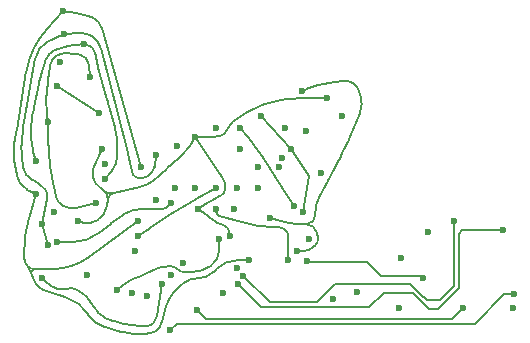
<source format=gbr>
%TF.GenerationSoftware,KiCad,Pcbnew,8.0.7*%
%TF.CreationDate,2025-01-17T18:48:29+01:00*%
%TF.ProjectId,SAO_Attraktor,53414f5f-4174-4747-9261-6b746f722e6b,rev?*%
%TF.SameCoordinates,Original*%
%TF.FileFunction,Copper,L2,Inr*%
%TF.FilePolarity,Positive*%
%FSLAX46Y46*%
G04 Gerber Fmt 4.6, Leading zero omitted, Abs format (unit mm)*
G04 Created by KiCad (PCBNEW 8.0.7) date 2025-01-17 18:48:29*
%MOMM*%
%LPD*%
G01*
G04 APERTURE LIST*
%TA.AperFunction,ViaPad*%
%ADD10C,0.600000*%
%TD*%
%TA.AperFunction,Conductor*%
%ADD11C,0.200000*%
%TD*%
G04 APERTURE END LIST*
D10*
%TO.N,/PD0*%
X153365200Y-111709200D03*
X143548618Y-110351853D03*
%TO.N,Net-(U1-PC7)*%
X138176000Y-111556800D03*
%TO.N,Net-(U1-PC6)*%
X137718800Y-112268000D03*
%TO.N,Net-(U1-PC3)*%
X134219115Y-114451742D03*
%TO.N,Net-(U1-PC4)*%
X131974048Y-116158798D03*
%TO.N,Net-(U1-PC6)*%
X160172400Y-107696000D03*
%TO.N,Net-(U1-PC4)*%
X161086800Y-113131600D03*
%TO.N,Net-(U1-PC3)*%
X156768800Y-114309600D03*
%TO.N,Net-(U1-PC7)*%
X156006892Y-106947170D03*
%TO.N,IO1*%
X126238000Y-100838000D03*
X145288000Y-96520000D03*
X134366000Y-105918000D03*
X137039422Y-108186922D03*
X124206000Y-106934000D03*
X134112000Y-99822000D03*
X128778000Y-113030000D03*
%TO.N,Net-(D1-K)*%
X126492000Y-102108000D03*
X132355596Y-104086999D03*
%TO.N,IO2*%
X125984000Y-97790000D03*
X137414000Y-105918000D03*
X146558000Y-98044000D03*
X136144000Y-108458000D03*
X135890000Y-99060000D03*
X127508000Y-112776000D03*
X122428000Y-95504000D03*
%TO.N,IO3*%
X133096000Y-110490000D03*
X124968000Y-111506000D03*
X143510000Y-99314000D03*
X125730000Y-105410000D03*
X121666000Y-98552000D03*
X125222000Y-94742000D03*
X139446000Y-104140000D03*
%TO.N,IO4*%
X137922000Y-99060000D03*
X142494000Y-105664000D03*
X132080000Y-111506000D03*
X126492000Y-103378000D03*
X124714000Y-91948000D03*
X129032000Y-109474000D03*
X120650000Y-101828500D03*
%TO.N,IO5*%
X142240000Y-100838000D03*
X120650000Y-104648000D03*
X143256000Y-106172000D03*
X138684000Y-110236000D03*
X129286000Y-106934000D03*
X122936000Y-89154000D03*
X139700000Y-98044000D03*
X129540000Y-102362000D03*
%TO.N,IO6*%
X130810000Y-101346000D03*
X131318000Y-112268000D03*
X121158000Y-107188000D03*
X141732000Y-99060000D03*
X135890000Y-105918000D03*
X122977001Y-91093735D03*
X141986000Y-110236000D03*
X121666000Y-108966000D03*
X121158000Y-111760000D03*
X141224000Y-102362000D03*
%TO.N,Net-(D10-K)*%
X134112000Y-104140000D03*
X122174000Y-106172000D03*
%TO.N,IO0*%
X143137461Y-95916384D03*
X122682000Y-93472000D03*
X142748000Y-109474000D03*
X122428000Y-108712000D03*
X132588000Y-100584000D03*
X140462000Y-106680000D03*
X132080000Y-105410000D03*
X130048000Y-113284000D03*
%TO.N,/SDA*%
X147828000Y-112938000D03*
X151485600Y-110032800D03*
%TO.N,/SWD*%
X137591800Y-110921800D03*
X153789500Y-107830500D03*
%TO.N,/SCL*%
X151384000Y-114300000D03*
X136412328Y-113001343D03*
%TO.N,Net-(U1-PC0)*%
X145796000Y-113538000D03*
X161036000Y-114249200D03*
%TO.N,Net-(D13-K)*%
X137668000Y-104140000D03*
X130810000Y-105156000D03*
%TO.N,Net-(D19-K)*%
X137922000Y-100838000D03*
X139446000Y-102362000D03*
%TO.N,Net-(D25-K)*%
X141478000Y-101600000D03*
%TO.N,Net-(D31-K)*%
X144780000Y-102870000D03*
X143764000Y-108458000D03*
%TO.N,Net-(D37-K)*%
X135890000Y-104140000D03*
X129286000Y-108204000D03*
%TD*%
D11*
%TO.N,/PD0*%
X149809200Y-111607600D02*
X148616435Y-110414835D01*
X148616435Y-110414835D02*
X143611600Y-110414835D01*
X153365200Y-111709200D02*
X153263600Y-111607600D01*
X153263600Y-111607600D02*
X149809200Y-111607600D01*
X143611600Y-110414835D02*
X143548618Y-110351853D01*
%TO.N,Net-(U1-PC3)*%
X155864000Y-115214400D02*
X134981773Y-115214400D01*
X156768800Y-114309600D02*
X155864000Y-115214400D01*
X134981773Y-115214400D02*
X134219115Y-114451742D01*
%TO.N,Net-(U1-PC6)*%
X156413200Y-112630000D02*
X156413200Y-108000800D01*
X154686000Y-114357200D02*
X156413200Y-112630000D01*
X153879600Y-114357200D02*
X154686000Y-114357200D01*
X152501600Y-112979200D02*
X153879600Y-114357200D01*
X150063200Y-112979200D02*
X152501600Y-112979200D01*
X137718800Y-112268000D02*
X139649200Y-114198400D01*
X148844000Y-114198400D02*
X150063200Y-112979200D01*
X139649200Y-114198400D02*
X148844000Y-114198400D01*
X156413200Y-108000800D02*
X156718000Y-107696000D01*
X156718000Y-107696000D02*
X160172400Y-107696000D01*
%TO.N,Net-(U1-PC7)*%
X156006800Y-110134400D02*
X156006892Y-110134308D01*
X156006892Y-110134308D02*
X156006892Y-106947170D01*
X154838400Y-113588800D02*
X156006800Y-112420400D01*
X153419443Y-113331357D02*
X153463357Y-113331357D01*
X145897600Y-112217200D02*
X152305286Y-112217200D01*
X144373600Y-113741200D02*
X145897600Y-112217200D01*
X144373600Y-113798400D02*
X144373600Y-113741200D01*
X140417600Y-113798400D02*
X144373600Y-113798400D01*
X152305286Y-112217200D02*
X153419443Y-113331357D01*
X156006800Y-112420400D02*
X156006800Y-110134400D01*
X138176000Y-111556800D02*
X140417600Y-113798400D01*
X153463357Y-113331357D02*
X153720800Y-113588800D01*
X153720800Y-113588800D02*
X154838400Y-113588800D01*
%TO.N,Net-(U1-PC4)*%
X132512046Y-115620800D02*
X131974048Y-116158798D01*
X157784800Y-115620800D02*
X132512046Y-115620800D01*
X161086800Y-113131600D02*
X160274000Y-113131600D01*
X160274000Y-113131600D02*
X157784800Y-115620800D01*
%TO.N,IO5*%
X134366000Y-111760000D02*
G75*
G03*
X133008977Y-112236017I0J-2172300D01*
G01*
X131953000Y-113411000D02*
G75*
G03*
X131450272Y-114776458I3344400J-2006600D01*
G01*
X124206000Y-113919000D02*
G75*
G02*
X125040697Y-114844512I-1945000J-2593300D01*
G01*
X135666815Y-111221184D02*
G75*
G02*
X134366000Y-111760008I-1300815J1300784D01*
G01*
X131393279Y-115118325D02*
G75*
G02*
X131064001Y-115951000I-2104379J350725D01*
G01*
X120431223Y-111936117D02*
G75*
G03*
X121230663Y-112754276I1324577J494617D01*
G01*
X131064000Y-115951000D02*
G75*
G02*
X130355632Y-116388810I-832500J555000D01*
G01*
X125095000Y-114935000D02*
G75*
G03*
X126183788Y-115787761I1657100J994300D01*
G01*
X132912257Y-112313394D02*
G75*
G03*
X131952992Y-113410995I2574043J-3217606D01*
G01*
X121285000Y-112776000D02*
G75*
G03*
X122577600Y-113217889I4966100J12415200D01*
G01*
X137668000Y-110236000D02*
G75*
G03*
X135933588Y-110954429I0J-2452800D01*
G01*
X123087432Y-113363552D02*
G75*
G02*
X124205992Y-113919011I-944732J-3306448D01*
G01*
X127799371Y-116284883D02*
G75*
G03*
X129794000Y-116459002I1402929J4559483D01*
G01*
X120431223Y-111936117D02*
X120212446Y-111350234D01*
X121230667Y-112754266D02*
X121285000Y-112776000D01*
X122577601Y-113217886D02*
X123087432Y-113363552D01*
X125040704Y-114844508D02*
X125095000Y-114935000D01*
X126183783Y-115787779D02*
X127799371Y-116284883D01*
X130355630Y-116388796D02*
X129794000Y-116459000D01*
X135666815Y-111221184D02*
X135933579Y-110954420D01*
X133008977Y-112236017D02*
X132912257Y-112313394D01*
X131450257Y-114776455D02*
X131393279Y-115118325D01*
X137668000Y-110236000D02*
X138684000Y-110236000D01*
%TO.N,IO1*%
X124714000Y-107061000D02*
X124206000Y-106934000D01*
X131884986Y-102303012D02*
X131513012Y-102674987D01*
X139983131Y-97018288D02*
X139894529Y-97047823D01*
X129429261Y-104028785D02*
X127192178Y-104545035D01*
X134112000Y-99822000D02*
X133676704Y-100547491D01*
X136554675Y-107301470D02*
X135969518Y-107067407D01*
X125671012Y-106918592D02*
X125857000Y-106807000D01*
X138466508Y-97717295D02*
X138557000Y-97663000D01*
X137227287Y-98565034D02*
X137414000Y-98425000D01*
X134112000Y-99822000D02*
X136370212Y-103209318D01*
X143012510Y-96520000D02*
X145288000Y-96520000D01*
X125479897Y-102543729D02*
X126238000Y-100838000D01*
X134112000Y-99822000D02*
X135488390Y-99822000D01*
X137039422Y-108186922D02*
X136972711Y-107814461D01*
X136180333Y-104836665D02*
X135971582Y-104920166D01*
X125602999Y-103632000D02*
X125709256Y-103773675D01*
X126596726Y-105692911D02*
X126681242Y-105101302D01*
X134366000Y-105918000D02*
X134829119Y-106226746D01*
X134366000Y-105918000D02*
X134874000Y-105537000D01*
X139894529Y-97047823D02*
G75*
G03*
X138557002Y-97663004I2133271J-6399777D01*
G01*
X136779000Y-99187000D02*
G75*
G02*
X136271000Y-99695000I-762000J254000D01*
G01*
X126681242Y-105101302D02*
G75*
G03*
X126365018Y-104393972I-719242J102802D01*
G01*
X131513012Y-102674987D02*
G75*
G02*
X130556002Y-103505003I-6318212J6318187D01*
G01*
X136370212Y-103209318D02*
G75*
G02*
X136652002Y-104140000I-1396012J-930682D01*
G01*
X141478000Y-96647000D02*
G75*
G03*
X139983133Y-97018295I1618600J-9711500D01*
G01*
X135971582Y-104920166D02*
G75*
G03*
X134873997Y-105536996I1783018J-4457634D01*
G01*
X126365000Y-104394000D02*
G75*
G03*
X127192180Y-104545045I588600J882900D01*
G01*
X137227287Y-98565034D02*
G75*
G03*
X136778987Y-99186996I771413J-1028566D01*
G01*
X130556000Y-103505000D02*
G75*
G02*
X129429261Y-104028785I-1802100J2402800D01*
G01*
X136554675Y-107301470D02*
G75*
G02*
X136972720Y-107814459I-253275J-633230D01*
G01*
X126596726Y-105692911D02*
G75*
G02*
X125857013Y-106807021I-1540226J220011D01*
G01*
X134829119Y-106226746D02*
G75*
G02*
X135382001Y-106679999I-2012219J-3018354D01*
G01*
X132842000Y-101473000D02*
G75*
G03*
X131884989Y-102303015I5361100J-7148100D01*
G01*
X127192178Y-104545035D02*
G75*
G03*
X126681247Y-105101303I150122J-650665D01*
G01*
X138466508Y-97717295D02*
G75*
G03*
X137414002Y-98425003I6332892J-10554805D01*
G01*
X125479897Y-102543729D02*
G75*
G03*
X125603016Y-103631987I988403J-439271D01*
G01*
X136271000Y-99695000D02*
G75*
G02*
X135488390Y-99821993I-782600J2347900D01*
G01*
X124714000Y-107061000D02*
G75*
G03*
X125671009Y-106918587I306600J1226400D01*
G01*
X133676704Y-100547491D02*
G75*
G02*
X132842005Y-101473006I-2779704J1667791D01*
G01*
X125709256Y-103773675D02*
G75*
G03*
X126364997Y-104394005I2138644J1603975D01*
G01*
X143012510Y-96520000D02*
G75*
G03*
X141478000Y-96646999I-10J-9334000D01*
G01*
X135382000Y-106680000D02*
G75*
G03*
X135969517Y-107067410I1237500J1237500D01*
G01*
X136652000Y-104140000D02*
G75*
G02*
X136180326Y-104836647I-750300J0D01*
G01*
%TO.N,IO2*%
X135359692Y-110758871D02*
X135404307Y-110729128D01*
X133731000Y-111252000D02*
X133201210Y-111252000D01*
X128781165Y-111843611D02*
X129359593Y-111650802D01*
X127889000Y-112395000D02*
X127508000Y-112776000D01*
X131000233Y-110886941D02*
X131202375Y-110836406D01*
X136144000Y-109347000D02*
X136144000Y-108458000D01*
X131974789Y-110744000D02*
X131953000Y-110744000D01*
X125984000Y-97790000D02*
X122428000Y-95504000D01*
X135359692Y-110758871D02*
G75*
G02*
X133731000Y-111251994I-1628692J2443071D01*
G01*
X132588000Y-110998000D02*
G75*
G03*
X131974789Y-110744004I-613200J-613200D01*
G01*
X136144000Y-109347000D02*
G75*
G02*
X135404304Y-110729124I-1661100J0D01*
G01*
X132588000Y-110998000D02*
G75*
G03*
X133201210Y-111251996I613200J613200D01*
G01*
X131953000Y-110744000D02*
G75*
G03*
X131202375Y-110836406I0J-3094900D01*
G01*
X130175000Y-111252000D02*
G75*
G02*
X129359592Y-111650798I-1896700J2845100D01*
G01*
X131000233Y-110886941D02*
G75*
G03*
X130175000Y-111252000I641167J-2564659D01*
G01*
X128781165Y-111843611D02*
G75*
G03*
X127888995Y-112394995I721735J-2165289D01*
G01*
%TO.N,IO3*%
X121792999Y-93852999D02*
X121830197Y-93667012D01*
X125059581Y-93605067D02*
X125222000Y-94742000D01*
X121666000Y-98552000D02*
X121666000Y-100447974D01*
X124333000Y-92836999D02*
X124196134Y-92809626D01*
X121607371Y-95132915D02*
X121470628Y-96637083D01*
X122114808Y-104000641D02*
X122304791Y-104855563D01*
X123998436Y-105794791D02*
X125730000Y-105410000D01*
X123190000Y-92710000D02*
X123139905Y-92710000D01*
X121666000Y-98552000D02*
X121539000Y-97917000D01*
X122301000Y-92964000D02*
G75*
G03*
X121830203Y-93667013I613200J-919800D01*
G01*
X124333000Y-92836999D02*
G75*
G02*
X125059577Y-93605068I-179500J-897501D01*
G01*
X121470628Y-96637083D02*
G75*
G03*
X121539009Y-97916998I4446672J-404217D01*
G01*
X123139905Y-92710000D02*
G75*
G03*
X122301004Y-92964006I-5J-1512300D01*
G01*
X121792999Y-93852999D02*
G75*
G03*
X121607372Y-95132915I11887001J-2377401D01*
G01*
X122936000Y-105664000D02*
G75*
G03*
X123998435Y-105794787I715400J1430800D01*
G01*
X121666000Y-100447974D02*
G75*
G03*
X121793000Y-102235000I12635800J-26D01*
G01*
X122304791Y-104855563D02*
G75*
G03*
X122936013Y-105663974I1164809J258863D01*
G01*
X124196134Y-92809626D02*
G75*
G03*
X123190000Y-92709999I-1006134J-5030674D01*
G01*
X121793000Y-102235000D02*
G75*
G03*
X122114810Y-104000641I23148200J3306900D01*
G01*
%TO.N,IO4*%
X139797227Y-101491841D02*
X139700000Y-101346000D01*
X123245575Y-92131553D02*
X124714000Y-91948000D01*
X127508000Y-100869268D02*
X127508000Y-101294803D01*
X127000000Y-102743000D02*
X126492000Y-103378000D01*
X138605712Y-99880455D02*
X137922000Y-99060000D01*
X124714000Y-91948000D02*
X125095000Y-92075000D01*
X121411999Y-93344999D02*
X121455064Y-93237338D01*
X120291440Y-98058797D02*
X120420371Y-97414144D01*
X126668824Y-96796473D02*
X126619000Y-96647000D01*
X125967082Y-94330026D02*
X125566305Y-92593324D01*
X142494000Y-105664000D02*
X141380772Y-103994158D01*
X120650000Y-101828500D02*
X120386646Y-101051659D01*
X121009637Y-94647629D02*
X120904000Y-95123000D01*
X122174000Y-92456000D02*
G75*
G03*
X121455098Y-93237352I668100J-1336100D01*
G01*
X125095000Y-92075000D02*
G75*
G02*
X125566305Y-92593324I-226400J-679300D01*
G01*
X140589000Y-102743000D02*
G75*
G03*
X141380771Y-103994158I26686300J16011800D01*
G01*
X123245575Y-92131553D02*
G75*
G03*
X122173993Y-92455986I411225J-3290147D01*
G01*
X127254000Y-98806000D02*
G75*
G02*
X127508007Y-100869268I-8253100J-2063300D01*
G01*
X121411999Y-93344999D02*
G75*
G03*
X121009639Y-94647629I7830301J-3132101D01*
G01*
X139797227Y-101491841D02*
G75*
G02*
X140588999Y-102743001I-25893427J-17262259D01*
G01*
X126668824Y-96796473D02*
G75*
G02*
X127253999Y-98806000I-25870724J-8623527D01*
G01*
X120142000Y-99568000D02*
G75*
G03*
X120386649Y-101051658I4621100J0D01*
G01*
X120291440Y-98058797D02*
G75*
G03*
X120142000Y-99568000I7546060J-1509203D01*
G01*
X120904000Y-95123000D02*
G75*
G03*
X120420370Y-97414144I107439300J-23875600D01*
G01*
X138605712Y-99880455D02*
G75*
G02*
X139699998Y-101346001I-13170312J-10975245D01*
G01*
X127508000Y-101294803D02*
G75*
G02*
X127000008Y-102743006I-2318300J3D01*
G01*
X125967082Y-94330026D02*
G75*
G03*
X126619003Y-96646999I24709418J5702226D01*
G01*
%TO.N,IO5*%
X142240000Y-100838000D02*
X139700000Y-98044000D01*
X122936000Y-89154000D02*
X121539000Y-90678000D01*
X120007489Y-106736160D02*
X120650000Y-104648000D01*
X118978460Y-99183235D02*
X119802119Y-94241280D01*
X143764000Y-103124000D02*
X142240000Y-100838000D01*
X124036957Y-89311279D02*
X122936000Y-89154000D01*
X119634000Y-110130789D02*
X119634000Y-109220000D01*
X126171886Y-90573601D02*
X129540000Y-102362000D01*
X143256000Y-106172000D02*
X143764000Y-103124000D01*
X121920000Y-110998000D02*
X120501210Y-110998000D01*
X119888000Y-104267000D02*
X120650000Y-104648000D01*
X125135932Y-109952230D02*
X129286000Y-106934000D01*
X118733841Y-101729130D02*
X118973600Y-103047800D01*
X119888000Y-110744000D02*
G75*
G03*
X120501210Y-110997996I613200J613200D01*
G01*
X118978460Y-99183235D02*
G75*
G02*
X118745001Y-100457000I-39618060J6603035D01*
G01*
X121539000Y-90678000D02*
G75*
G03*
X119802132Y-94241282I5137000J-4708900D01*
G01*
X119634000Y-110130789D02*
G75*
G03*
X119887997Y-110744003I867200J-11D01*
G01*
X125349000Y-89662000D02*
G75*
G02*
X126171885Y-90573601I-517900J-1294700D01*
G01*
X120501210Y-110998000D02*
G75*
G03*
X120212416Y-111350240I-10J-294500D01*
G01*
X124036957Y-89311279D02*
G75*
G02*
X125348997Y-89662009I-806857J-5647821D01*
G01*
X125135932Y-109952230D02*
G75*
G02*
X121920000Y-110997995I-3215932J4421930D01*
G01*
X120007489Y-106736160D02*
G75*
G03*
X119634001Y-109220000I8072511J-2483840D01*
G01*
X118745000Y-100457000D02*
G75*
G03*
X118733838Y-101729130I3326400J-665300D01*
G01*
X120212446Y-111350234D02*
G75*
G03*
X119888000Y-110744000I-1163346J-232666D01*
G01*
X118973600Y-103047800D02*
G75*
G03*
X119888000Y-104267000I1676400J304800D01*
G01*
%TO.N,IO6*%
X135890000Y-105918000D02*
X135890000Y-106172000D01*
X121158000Y-107188000D02*
X121666000Y-108966000D01*
X128650999Y-102362000D02*
X128711975Y-102727855D01*
X127190704Y-115424130D02*
X128039086Y-115637853D01*
X125992661Y-114776239D02*
X125893613Y-114684940D01*
X120566620Y-93160249D02*
X119565002Y-98568985D01*
X141986000Y-108458000D02*
X141986000Y-109474000D01*
X138059242Y-107017611D02*
X136135050Y-106492831D01*
X120324954Y-103469477D02*
X120748437Y-103681218D01*
X122428000Y-112648999D02*
X122546381Y-112678595D01*
X130810000Y-101346000D02*
X130649372Y-102309766D01*
X121576197Y-105097012D02*
X121158000Y-107188000D01*
X124353500Y-91012867D02*
X122977001Y-91093735D01*
X121572473Y-91753349D02*
X122977001Y-91093735D01*
X141986000Y-110236000D02*
X141986000Y-109474000D01*
X141118789Y-107442000D02*
X140601575Y-107442000D01*
X119380000Y-100584000D02*
X119380000Y-100827489D01*
X131318000Y-112268000D02*
X130869053Y-114961677D01*
X129899210Y-103198394D02*
X130048000Y-103124000D01*
X129942789Y-115824000D02*
X129540000Y-115824000D01*
X141986000Y-108309210D02*
X141986000Y-108458000D01*
X128328277Y-100852694D02*
X126079350Y-92265883D01*
X124042377Y-112728626D02*
X124480977Y-112991786D01*
X121158000Y-111760000D02*
X121549734Y-112151734D01*
X125992661Y-114776239D02*
G75*
G03*
X127190703Y-115424136I1873239J2032239D01*
G01*
X130649372Y-102309766D02*
G75*
G02*
X130047999Y-103123998I-1100172J183366D01*
G01*
X119380000Y-100827489D02*
G75*
G03*
X119506999Y-102362000I9334000J-11D01*
G01*
X139319000Y-107315000D02*
G75*
G03*
X140601575Y-107442002I1282600J6413000D01*
G01*
X126079350Y-92265883D02*
G75*
G03*
X124353505Y-91012952I-1627150J-426217D01*
G01*
X119507000Y-102362000D02*
G75*
G03*
X120324953Y-103469480I1496400J249400D01*
G01*
X128711975Y-102727855D02*
G75*
G03*
X129159006Y-103250982I657925J109655D01*
G01*
X124480977Y-112991786D02*
G75*
G02*
X125222019Y-113791991I-1003477J-1672514D01*
G01*
X128039086Y-115637853D02*
G75*
G03*
X129540000Y-115823999I1500914J5957953D01*
G01*
X125222000Y-113792000D02*
G75*
G03*
X125893617Y-114684936I2772400J1386200D01*
G01*
X138059242Y-107017611D02*
G75*
G03*
X139319000Y-107314998I4947258J18140111D01*
G01*
X124042377Y-112728626D02*
G75*
G03*
X123316994Y-112648981I-449277J-748774D01*
G01*
X141732000Y-107696000D02*
G75*
G03*
X141118789Y-107442004I-613200J-613200D01*
G01*
X120904000Y-92329000D02*
G75*
G03*
X120566609Y-93160247I1856200J-1237500D01*
G01*
X121412000Y-104267000D02*
G75*
G02*
X121576192Y-105097011I-919800J-613200D01*
G01*
X141732000Y-107696000D02*
G75*
G02*
X141985996Y-108309210I-613200J-613200D01*
G01*
X135890000Y-106172000D02*
G75*
G03*
X136135059Y-106492796I332500J0D01*
G01*
X128328277Y-100852694D02*
G75*
G02*
X128650995Y-102362001I-16412277J-4298406D01*
G01*
X120748437Y-103681218D02*
G75*
G02*
X121412007Y-104266995I-771137J-1542282D01*
G01*
X119565002Y-98568985D02*
G75*
G03*
X119379998Y-100584000I10880998J-2015015D01*
G01*
X121549734Y-112151734D02*
G75*
G03*
X122427998Y-112649006I1336766J1336734D01*
G01*
X129159000Y-103251000D02*
G75*
G03*
X129899208Y-103198391I306600J919800D01*
G01*
X130869053Y-114961677D02*
G75*
G02*
X130555999Y-115569999I-1105653J184277D01*
G01*
X122546381Y-112678595D02*
G75*
G03*
X123317005Y-112649014I334519J1337995D01*
G01*
X130556000Y-115570000D02*
G75*
G02*
X129942789Y-115823996I-613200J613200D01*
G01*
X121572473Y-91753349D02*
G75*
G03*
X120904006Y-92329004I698227J-1486751D01*
G01*
%TO.N,IO0*%
X143499489Y-107188000D02*
X143164573Y-107188000D01*
X125959703Y-107918636D02*
X126929742Y-107142605D01*
X132080000Y-105410000D02*
X131826000Y-105664000D01*
X140462000Y-106680000D02*
X141351000Y-106934000D01*
X144652999Y-95376999D02*
X144494719Y-95408656D01*
X145929066Y-95158418D02*
X146612697Y-95060757D01*
X143577730Y-95710192D02*
X143137461Y-95916384D01*
X144466946Y-108357677D02*
X144399000Y-107950000D01*
X148071677Y-96266000D02*
X147967473Y-95940146D01*
X146134666Y-101980999D02*
X146410335Y-101464120D01*
X145474155Y-103259689D02*
X145365175Y-103477649D01*
X123698000Y-108712000D02*
X122428000Y-108712000D01*
X144271999Y-108965999D02*
X144218804Y-109019195D01*
X129518530Y-105918000D02*
X131212789Y-105918000D01*
X144272000Y-106150530D02*
X144272000Y-106415489D01*
X147944676Y-98043999D02*
X148041156Y-97779557D01*
X147090335Y-100027329D02*
X146617868Y-100972263D01*
X142748000Y-109474000D02*
X143226019Y-109474000D01*
X129518530Y-105918000D02*
G75*
G03*
X128142996Y-106298993I-30J-2673500D01*
G01*
X146515666Y-101219000D02*
G75*
G02*
X146410335Y-101464120I-1506566J502200D01*
G01*
X145929066Y-95158418D02*
G75*
G03*
X144652999Y-95376997I3299234J-23095082D01*
G01*
X144399000Y-107950000D02*
G75*
G03*
X143499489Y-107187995I-899500J-149900D01*
G01*
X147447000Y-95250000D02*
G75*
G02*
X147967477Y-95940145I-725800J-1088700D01*
G01*
X148071677Y-96266000D02*
G75*
G02*
X148041170Y-97779562I-2227077J-712200D01*
G01*
X128143000Y-106299000D02*
G75*
G03*
X126929746Y-107142610I5664400J-9440600D01*
G01*
X141351000Y-106934000D02*
G75*
G03*
X143164573Y-107188004I1813600J6347600D01*
G01*
X147447000Y-95250000D02*
G75*
G03*
X146612698Y-95060762I-664800J-997200D01*
G01*
X144653000Y-104775000D02*
G75*
G03*
X144272009Y-106150530I2292500J-1375500D01*
G01*
X143764000Y-109347000D02*
G75*
G02*
X143226019Y-109474005I-538000J1076000D01*
G01*
X143499489Y-107188000D02*
G75*
G03*
X144272000Y-106415489I11J772500D01*
G01*
X146134666Y-101980999D02*
G75*
G03*
X145474156Y-103259689I48267834J-25742801D01*
G01*
X131826000Y-105664000D02*
G75*
G02*
X131212789Y-105917996I-613200J613200D01*
G01*
X145365175Y-103477649D02*
G75*
G02*
X144652997Y-104774998I-17246975J8623549D01*
G01*
X144494719Y-95408656D02*
G75*
G03*
X143577726Y-95710182I788681J-3943644D01*
G01*
X147944676Y-98043999D02*
G75*
G02*
X147090332Y-100027327I-17834576J6506799D01*
G01*
X146617868Y-100972263D02*
G75*
G03*
X146515669Y-101219001I1684932J-842437D01*
G01*
X125959703Y-107918636D02*
G75*
G02*
X123698000Y-108711997I-2261703J2827136D01*
G01*
X144218804Y-109019195D02*
G75*
G02*
X143763992Y-109346984I-1237404J1237495D01*
G01*
X144466946Y-108357677D02*
G75*
G02*
X144271987Y-108965987I-688546J-114723D01*
G01*
%TO.N,Net-(D37-K)*%
X131990434Y-106354978D02*
X132080000Y-106299000D01*
X130175000Y-107569000D02*
X129286000Y-108204000D01*
X134147820Y-105090279D02*
X135890000Y-104140000D01*
X134147820Y-105090279D02*
G75*
G03*
X132080000Y-106299001I19359180J-35491821D01*
G01*
X131990434Y-106354978D02*
G75*
G03*
X130175000Y-107568999I18777066J-30043422D01*
G01*
%TD*%
M02*

</source>
